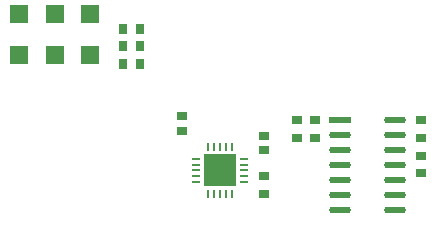
<source format=gtp>
G04*
G04 #@! TF.GenerationSoftware,Altium Limited,Altium Designer,21.6.1 (37)*
G04*
G04 Layer_Color=8421504*
%FSLAX25Y25*%
%MOIN*%
G70*
G04*
G04 #@! TF.SameCoordinates,35447041-0B5E-4321-A350-582B76B9CE47*
G04*
G04*
G04 #@! TF.FilePolarity,Positive*
G04*
G01*
G75*
%ADD14R,0.02756X0.03543*%
%ADD15R,0.03543X0.02756*%
%ADD16R,0.10630X0.10630*%
%ADD17O,0.00984X0.03150*%
%ADD18O,0.03150X0.00984*%
%ADD19R,0.05906X0.05906*%
G04:AMPARAMS|DCode=20|XSize=73.78mil|YSize=21.34mil|CornerRadius=10.67mil|HoleSize=0mil|Usage=FLASHONLY|Rotation=0.000|XOffset=0mil|YOffset=0mil|HoleType=Round|Shape=RoundedRectangle|*
%AMROUNDEDRECTD20*
21,1,0.07378,0.00000,0,0,0.0*
21,1,0.05244,0.02134,0,0,0.0*
1,1,0.02134,0.02622,0.00000*
1,1,0.02134,-0.02622,0.00000*
1,1,0.02134,-0.02622,0.00000*
1,1,0.02134,0.02622,0.00000*
%
%ADD20ROUNDEDRECTD20*%
%ADD21R,0.07378X0.02134*%
%ADD22R,0.03543X0.02953*%
%ADD23R,0.03740X0.03150*%
D14*
X54134Y124016D02*
D03*
X60039D02*
D03*
X54134Y129921D02*
D03*
X60039D02*
D03*
X54134Y135827D02*
D03*
X60039D02*
D03*
D15*
X153543Y99410D02*
D03*
Y105315D02*
D03*
Y87598D02*
D03*
Y93504D02*
D03*
X112205Y105315D02*
D03*
Y99409D02*
D03*
X118110Y99410D02*
D03*
Y105315D02*
D03*
X101378Y86614D02*
D03*
Y80709D02*
D03*
D16*
X86614Y88583D02*
D03*
D17*
X82677Y96457D02*
D03*
X84646D02*
D03*
X86614D02*
D03*
X88583D02*
D03*
X90551D02*
D03*
Y80709D02*
D03*
X88583D02*
D03*
X86614D02*
D03*
X84646D02*
D03*
X82677D02*
D03*
D18*
X94488Y92520D02*
D03*
Y90551D02*
D03*
Y88583D02*
D03*
Y86614D02*
D03*
Y84646D02*
D03*
X78740D02*
D03*
Y86614D02*
D03*
Y88583D02*
D03*
Y90551D02*
D03*
Y92520D02*
D03*
D19*
X19685Y126969D02*
D03*
Y140748D02*
D03*
X43307Y126969D02*
D03*
Y140748D02*
D03*
X31496Y126969D02*
D03*
Y140748D02*
D03*
D20*
X144945Y105551D02*
D03*
Y100551D02*
D03*
Y95551D02*
D03*
Y90551D02*
D03*
Y85551D02*
D03*
Y80551D02*
D03*
Y75551D02*
D03*
X126708D02*
D03*
Y80551D02*
D03*
Y85551D02*
D03*
Y90551D02*
D03*
Y95551D02*
D03*
Y100551D02*
D03*
D21*
Y105551D02*
D03*
D22*
X101402Y99984D02*
D03*
Y95260D02*
D03*
D23*
X73819Y101772D02*
D03*
Y106890D02*
D03*
M02*

</source>
